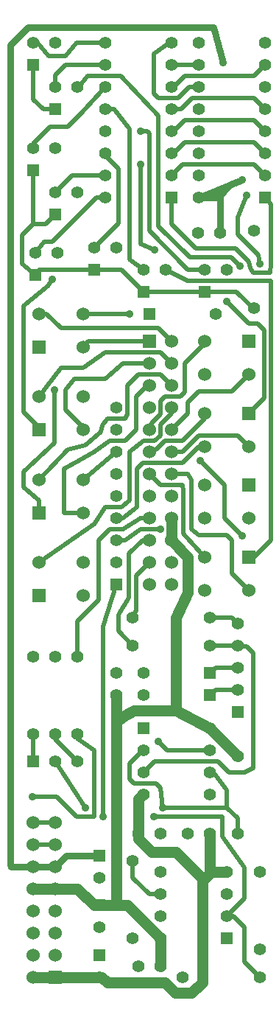
<source format=gtl>
G04 (created by PCBNEW-RS274X (2012-01-19 BZR 3256)-stable) date 12/6/2012 11:00:23 PM*
G01*
G70*
G90*
%MOIN*%
G04 Gerber Fmt 3.4, Leading zero omitted, Abs format*
%FSLAX34Y34*%
G04 APERTURE LIST*
%ADD10C,0.006000*%
%ADD11R,0.055000X0.055000*%
%ADD12C,0.055000*%
%ADD13R,0.060000X0.060000*%
%ADD14C,0.060000*%
%ADD15C,0.035000*%
%ADD16C,0.050000*%
%ADD17C,0.010000*%
%ADD18C,0.030000*%
%ADD19C,0.020000*%
G04 APERTURE END LIST*
G54D10*
G54D11*
X24000Y-44250D03*
G54D12*
X24000Y-43250D03*
X25000Y-43250D03*
G54D11*
X21250Y-39750D03*
G54D12*
X21250Y-38750D03*
X22250Y-38750D03*
G54D11*
X21250Y-35000D03*
G54D12*
X21250Y-34000D03*
X22250Y-34000D03*
G54D11*
X29000Y-45250D03*
G54D12*
X29000Y-44250D03*
X30000Y-44250D03*
G54D11*
X26250Y-45250D03*
G54D12*
X26250Y-44250D03*
X27250Y-44250D03*
G54D11*
X22250Y-37000D03*
G54D12*
X22250Y-36000D03*
X23250Y-36000D03*
G54D11*
X21350Y-44500D03*
G54D12*
X21350Y-43500D03*
X22350Y-43500D03*
G54D11*
X22250Y-41750D03*
G54D12*
X22250Y-40750D03*
X23250Y-40750D03*
G54D11*
X25000Y-58500D03*
G54D12*
X25000Y-57500D03*
X25000Y-56500D03*
X25000Y-55500D03*
X25000Y-54500D03*
X25000Y-53500D03*
X25000Y-52500D03*
X25000Y-51500D03*
X25000Y-50500D03*
G54D11*
X30500Y-64250D03*
G54D12*
X30500Y-63250D03*
X30500Y-62250D03*
X30500Y-61250D03*
X30500Y-60250D03*
G54D11*
X21250Y-66500D03*
G54D12*
X22250Y-66500D03*
X23250Y-66500D03*
X22250Y-65250D03*
X22250Y-61750D03*
X31250Y-46000D03*
X31250Y-42500D03*
X31500Y-76250D03*
X28000Y-76250D03*
X25750Y-71000D03*
X25750Y-74500D03*
X31500Y-75000D03*
X31500Y-71500D03*
X21250Y-65250D03*
X21250Y-61750D03*
X25750Y-60000D03*
X29250Y-60000D03*
X23250Y-65250D03*
X23250Y-61750D03*
X25750Y-61250D03*
X29250Y-61250D03*
X30500Y-66250D03*
X30500Y-69750D03*
G54D13*
X22250Y-76250D03*
G54D14*
X21250Y-76250D03*
X22250Y-75250D03*
X21250Y-75250D03*
X22250Y-74250D03*
X21250Y-74250D03*
X22250Y-73250D03*
X21250Y-73250D03*
X22250Y-72250D03*
X21250Y-72250D03*
X22250Y-71250D03*
X21250Y-71250D03*
X22250Y-70250D03*
X21250Y-70250D03*
X22250Y-69250D03*
X21250Y-69250D03*
G54D13*
X26500Y-47500D03*
G54D14*
X27500Y-47500D03*
X26500Y-48500D03*
X27500Y-48500D03*
X26500Y-49500D03*
X27500Y-49500D03*
X26500Y-50500D03*
X27500Y-50500D03*
X26500Y-51500D03*
X27500Y-51500D03*
X26500Y-52500D03*
X27500Y-52500D03*
X26500Y-53500D03*
X27500Y-53500D03*
X26500Y-54500D03*
X27500Y-54500D03*
X26500Y-55500D03*
X27500Y-55500D03*
X26500Y-56500D03*
X27500Y-56500D03*
X26500Y-57500D03*
X27500Y-57500D03*
X26500Y-58500D03*
X27500Y-58500D03*
G54D11*
X30000Y-74500D03*
G54D12*
X30000Y-73500D03*
X30000Y-72500D03*
X30000Y-71500D03*
X27000Y-71500D03*
X27000Y-72500D03*
X27000Y-73500D03*
X27000Y-74500D03*
G54D11*
X26250Y-65000D03*
G54D12*
X26250Y-66000D03*
X26250Y-67000D03*
X26250Y-68000D03*
X29250Y-68000D03*
X29250Y-67000D03*
X29250Y-66000D03*
X29250Y-65000D03*
G54D11*
X31750Y-41000D03*
G54D12*
X31750Y-40000D03*
X31750Y-39000D03*
X31750Y-38000D03*
X31750Y-37000D03*
X31750Y-36000D03*
X31750Y-35000D03*
X31750Y-34000D03*
X28750Y-34000D03*
X28750Y-35000D03*
X28750Y-36000D03*
X28750Y-37000D03*
X28750Y-38000D03*
X28750Y-39000D03*
X28750Y-40000D03*
X28750Y-41000D03*
G54D11*
X27500Y-41000D03*
G54D12*
X27500Y-40000D03*
X27500Y-39000D03*
X27500Y-38000D03*
X27500Y-37000D03*
X27500Y-36000D03*
X27500Y-35000D03*
X27500Y-34000D03*
X24500Y-34000D03*
X24500Y-35000D03*
X24500Y-36000D03*
X24500Y-37000D03*
X24500Y-38000D03*
X24500Y-39000D03*
X24500Y-40000D03*
X24500Y-41000D03*
G54D11*
X26500Y-46250D03*
G54D12*
X29500Y-46250D03*
G54D11*
X29250Y-63500D03*
G54D12*
X26250Y-63500D03*
G54D11*
X29250Y-62500D03*
G54D12*
X26250Y-62500D03*
G54D11*
X24250Y-70750D03*
G54D12*
X24250Y-71750D03*
G54D11*
X24250Y-73000D03*
G54D12*
X24250Y-74000D03*
G54D11*
X24250Y-75250D03*
G54D12*
X24250Y-76250D03*
X28250Y-69750D03*
X29250Y-69750D03*
X25000Y-63500D03*
X25000Y-62500D03*
X29700Y-42600D03*
X28700Y-42600D03*
X27000Y-75750D03*
X26000Y-75750D03*
X26000Y-69750D03*
X27000Y-69750D03*
G54D14*
X31000Y-55500D03*
G54D13*
X31000Y-54000D03*
G54D14*
X29000Y-55500D03*
X29000Y-54000D03*
X31000Y-58750D03*
G54D13*
X31000Y-57250D03*
G54D14*
X29000Y-58750D03*
X29000Y-57250D03*
X21500Y-57500D03*
G54D13*
X21500Y-59000D03*
G54D14*
X23500Y-57500D03*
X23500Y-59000D03*
X21500Y-46250D03*
G54D13*
X21500Y-47750D03*
G54D14*
X23500Y-46250D03*
X23500Y-47750D03*
X21500Y-50000D03*
G54D13*
X21500Y-51500D03*
G54D14*
X23500Y-50000D03*
X23500Y-51500D03*
X21500Y-53750D03*
G54D13*
X21500Y-55250D03*
G54D14*
X23500Y-53750D03*
X23500Y-55250D03*
X31000Y-52250D03*
G54D13*
X31000Y-50750D03*
G54D14*
X29000Y-52250D03*
X29000Y-50750D03*
X31000Y-49000D03*
G54D13*
X31000Y-47500D03*
G54D14*
X29000Y-49000D03*
X29000Y-47500D03*
G54D15*
X30700Y-40200D03*
X29850Y-34900D03*
X26100Y-38000D03*
X24400Y-69000D03*
X26700Y-69000D03*
X27000Y-56000D03*
X30600Y-44100D03*
X22200Y-49700D03*
X30900Y-40900D03*
X31500Y-44000D03*
X30000Y-45700D03*
X21200Y-68100D03*
X26750Y-43350D03*
X26100Y-39500D03*
X28800Y-52900D03*
X30700Y-56300D03*
X22100Y-44700D03*
X25600Y-46250D03*
X26900Y-65600D03*
X23600Y-68600D03*
X27100Y-68600D03*
G54D16*
X24250Y-73000D02*
X25000Y-73000D01*
X25000Y-64700D02*
X25000Y-63500D01*
X25800Y-64200D02*
X27700Y-64200D01*
X28250Y-57250D02*
X28250Y-58850D01*
X25000Y-73000D02*
X25000Y-64700D01*
G54D17*
X24250Y-73000D02*
X24000Y-73000D01*
G54D16*
X29250Y-65000D02*
X27700Y-64200D01*
G54D18*
X23250Y-72250D02*
X22250Y-72250D01*
G54D17*
X22250Y-72250D02*
X21250Y-72250D01*
G54D16*
X23250Y-72250D02*
X24000Y-73000D01*
X25500Y-73000D02*
X27000Y-74500D01*
X27500Y-55500D02*
X27500Y-56500D01*
X25000Y-73000D02*
X25500Y-73000D01*
X25371Y-64442D02*
X25000Y-64700D01*
X21250Y-72250D02*
X23250Y-72250D01*
X25800Y-64200D02*
X25371Y-64442D01*
X28250Y-58850D02*
X27700Y-60000D01*
X27500Y-56500D02*
X28250Y-57250D01*
X27700Y-60000D02*
X27700Y-64200D01*
G54D17*
X24000Y-73000D02*
X25000Y-73000D01*
G54D16*
X27000Y-74500D02*
X27000Y-75750D01*
X30500Y-66250D02*
X29250Y-65000D01*
G54D18*
X22250Y-71250D02*
X22750Y-70750D01*
X29400Y-33300D02*
X29850Y-34900D01*
X29600Y-41000D02*
X30191Y-40409D01*
X22750Y-70750D02*
X24250Y-70750D01*
X28750Y-41000D02*
X30700Y-40200D01*
X20250Y-71250D02*
X20200Y-71200D01*
X29700Y-42600D02*
X29700Y-40900D01*
X21250Y-71250D02*
X20250Y-71250D01*
X28750Y-41000D02*
X29600Y-41000D01*
X21000Y-33300D02*
X29400Y-33300D01*
X29700Y-40900D02*
X30191Y-40409D01*
X20200Y-71200D02*
X20200Y-34100D01*
X21250Y-71250D02*
X22250Y-71250D01*
X30191Y-40409D02*
X30700Y-40200D01*
X20200Y-34100D02*
X21000Y-33300D01*
G54D16*
X24600Y-76500D02*
X27200Y-76500D01*
X29250Y-71550D02*
X28900Y-71900D01*
X27200Y-76500D02*
X27675Y-76975D01*
X26000Y-70000D02*
X26600Y-70600D01*
X28900Y-71800D02*
X28900Y-71900D01*
X24350Y-76250D02*
X24250Y-76250D01*
X28425Y-76975D02*
X28900Y-76500D01*
X27675Y-76975D02*
X28425Y-76975D01*
X28900Y-71900D02*
X28900Y-75400D01*
X28900Y-76500D02*
X28900Y-75400D01*
X26000Y-69750D02*
X26000Y-70000D01*
X29300Y-71500D02*
X28900Y-71900D01*
X22250Y-76250D02*
X21250Y-76250D01*
X29250Y-69750D02*
X29250Y-71550D01*
X24250Y-76250D02*
X22250Y-76250D01*
X26200Y-68000D02*
X26000Y-68200D01*
X24350Y-76250D02*
X24600Y-76500D01*
X26000Y-68200D02*
X26000Y-69750D01*
X30000Y-71500D02*
X29300Y-71500D01*
X26600Y-70600D02*
X27700Y-70600D01*
X27700Y-70600D02*
X28900Y-71800D01*
X26250Y-68000D02*
X26200Y-68000D01*
G54D19*
X22500Y-46900D02*
X21850Y-46250D01*
X21850Y-46250D02*
X21500Y-46250D01*
X26900Y-46900D02*
X22500Y-46900D01*
X27500Y-47500D02*
X26900Y-46900D01*
X27500Y-48500D02*
X27000Y-48000D01*
X24500Y-48000D02*
X23500Y-48700D01*
X22500Y-48700D02*
X21500Y-50000D01*
X27000Y-48000D02*
X24500Y-48000D01*
X23500Y-48700D02*
X22500Y-48700D01*
X26000Y-49000D02*
X27000Y-49000D01*
X25500Y-49500D02*
X26000Y-49000D01*
X25400Y-51000D02*
X25500Y-50800D01*
X23600Y-52200D02*
X24324Y-51606D01*
X24324Y-51606D02*
X24370Y-51296D01*
X21500Y-53750D02*
X22800Y-52400D01*
X24600Y-51000D02*
X25400Y-51000D01*
X24370Y-51296D02*
X24600Y-51000D01*
X22800Y-52400D02*
X23600Y-52200D01*
X27000Y-49000D02*
X27500Y-49500D01*
X25500Y-50800D02*
X25500Y-49500D01*
X24000Y-55750D02*
X21500Y-57500D01*
X27000Y-51750D02*
X26750Y-52000D01*
X26750Y-52000D02*
X26250Y-52000D01*
X25250Y-55000D02*
X24500Y-55000D01*
X26250Y-52000D02*
X25600Y-52500D01*
X27000Y-51250D02*
X27000Y-51750D01*
X27500Y-50750D02*
X27000Y-51250D01*
X27500Y-50500D02*
X27500Y-50750D01*
X24500Y-55000D02*
X24000Y-55750D01*
X25600Y-52500D02*
X25600Y-54700D01*
X25600Y-54700D02*
X25250Y-55000D01*
X28250Y-50750D02*
X28250Y-50250D01*
X28750Y-49750D02*
X30250Y-49750D01*
X27500Y-51500D02*
X28250Y-50750D01*
X28250Y-50250D02*
X28750Y-49750D01*
X30250Y-49750D02*
X31000Y-49000D01*
X28000Y-52500D02*
X28750Y-51750D01*
X30500Y-51750D02*
X31000Y-52250D01*
X27500Y-52500D02*
X28000Y-52500D01*
X28750Y-51750D02*
X30500Y-51750D01*
X30250Y-58000D02*
X31000Y-58750D01*
X28400Y-56000D02*
X28750Y-56250D01*
X28750Y-56250D02*
X30000Y-56250D01*
X27500Y-53500D02*
X28250Y-53500D01*
X30000Y-56250D02*
X30250Y-56500D01*
X28250Y-53500D02*
X28400Y-53750D01*
X30250Y-56500D02*
X30250Y-58000D01*
X28400Y-53750D02*
X28400Y-56000D01*
X25100Y-60600D02*
X25750Y-61250D01*
X26200Y-56500D02*
X25590Y-57100D01*
X25100Y-59850D02*
X25100Y-60600D01*
X25590Y-57100D02*
X25590Y-59100D01*
X25590Y-59100D02*
X25100Y-59850D01*
X26500Y-56500D02*
X26200Y-56500D01*
X26500Y-47500D02*
X23750Y-47500D01*
X23750Y-47500D02*
X23500Y-47750D01*
X24500Y-49200D02*
X25300Y-48500D01*
X23500Y-51500D02*
X23500Y-51400D01*
X22700Y-50600D02*
X22700Y-49700D01*
X22700Y-49700D02*
X23100Y-49200D01*
X23500Y-51400D02*
X22700Y-50600D01*
X23100Y-49200D02*
X24500Y-49200D01*
X25300Y-48500D02*
X26500Y-48500D01*
X25900Y-50000D02*
X25900Y-51500D01*
X25400Y-52000D02*
X24700Y-52000D01*
X26500Y-49500D02*
X26400Y-49500D01*
X23500Y-55250D02*
X22650Y-55250D01*
X24000Y-52500D02*
X23300Y-52900D01*
X22650Y-55250D02*
X22650Y-53250D01*
X22650Y-53250D02*
X23300Y-52900D01*
X24700Y-52000D02*
X24000Y-52500D01*
X25900Y-51500D02*
X25400Y-52000D01*
X26400Y-49500D02*
X25900Y-50000D01*
X26600Y-51400D02*
X26500Y-51500D01*
X28100Y-48500D02*
X28100Y-49800D01*
X26600Y-51200D02*
X26600Y-51400D01*
X29000Y-47500D02*
X29000Y-47600D01*
X27000Y-50200D02*
X27000Y-50800D01*
X29000Y-47600D02*
X28100Y-48500D01*
X27200Y-50000D02*
X27000Y-50200D01*
X27900Y-50000D02*
X27200Y-50000D01*
X28100Y-49800D02*
X27900Y-50000D01*
X27000Y-50800D02*
X26600Y-51200D01*
X29000Y-50750D02*
X29000Y-51000D01*
X28000Y-52000D02*
X27200Y-52000D01*
X27200Y-52000D02*
X26800Y-52400D01*
X29000Y-51000D02*
X28000Y-52000D01*
X26800Y-52400D02*
X26600Y-52400D01*
X26600Y-52400D02*
X26500Y-52500D01*
X28050Y-56200D02*
X29000Y-57250D01*
X26500Y-53500D02*
X27000Y-54000D01*
X28000Y-54000D02*
X28050Y-54250D01*
X28050Y-54250D02*
X28050Y-56200D01*
X27000Y-54000D02*
X28000Y-54000D01*
X23000Y-40000D02*
X22250Y-40750D01*
X24500Y-40000D02*
X23000Y-40000D01*
X24100Y-41000D02*
X22100Y-43000D01*
X21750Y-43000D02*
X21350Y-43500D01*
X22100Y-43000D02*
X21750Y-43000D01*
X24500Y-41000D02*
X24100Y-41000D01*
X25100Y-39700D02*
X25100Y-42150D01*
X24500Y-39100D02*
X25100Y-39700D01*
X24500Y-39000D02*
X24500Y-39100D01*
X25100Y-42150D02*
X24000Y-43250D01*
X22000Y-37800D02*
X22800Y-37800D01*
X23400Y-37200D02*
X22800Y-37800D01*
X21250Y-38550D02*
X22000Y-37800D01*
X23400Y-37200D02*
X24500Y-36000D01*
X21250Y-38750D02*
X21250Y-38550D01*
X21250Y-34000D02*
X21450Y-34000D01*
X21950Y-34600D02*
X22700Y-34600D01*
X22700Y-34600D02*
X23200Y-34000D01*
X24500Y-34000D02*
X23200Y-34000D01*
X21450Y-34000D02*
X21950Y-34600D01*
X26500Y-38100D02*
X26500Y-42500D01*
X28250Y-44250D02*
X29000Y-44250D01*
X26100Y-38000D02*
X26400Y-38000D01*
X28250Y-44250D02*
X26500Y-42500D01*
X26400Y-38000D02*
X26500Y-38100D01*
X24500Y-37000D02*
X24900Y-37000D01*
X25600Y-43800D02*
X26250Y-44250D01*
X25600Y-37900D02*
X25600Y-43800D01*
X24900Y-37000D02*
X25600Y-37900D01*
X22250Y-35450D02*
X22250Y-36000D01*
X22700Y-35000D02*
X22250Y-35450D01*
X24500Y-35000D02*
X22700Y-35000D01*
X26100Y-55500D02*
X26500Y-55500D01*
X24200Y-56500D02*
X24700Y-56000D01*
X23250Y-60150D02*
X24200Y-59200D01*
X26100Y-55500D02*
X25300Y-56000D01*
X24200Y-59200D02*
X24200Y-56500D01*
X25300Y-56000D02*
X24700Y-56000D01*
X23250Y-61750D02*
X23250Y-60150D01*
X25900Y-59650D02*
X25750Y-60000D01*
X26500Y-57500D02*
X25900Y-58100D01*
X25900Y-58100D02*
X25900Y-59650D01*
X30800Y-71300D02*
X30800Y-72700D01*
X25000Y-58500D02*
X24400Y-60400D01*
X29800Y-69900D02*
X30800Y-71300D01*
X30800Y-75550D02*
X31500Y-76250D01*
X26700Y-69000D02*
X29800Y-69000D01*
X30300Y-73500D02*
X30800Y-74000D01*
X30800Y-74000D02*
X30800Y-75550D01*
X24400Y-60400D02*
X24400Y-69000D01*
X29800Y-69000D02*
X29800Y-69900D01*
X30000Y-73500D02*
X30300Y-73500D01*
X30800Y-72700D02*
X30000Y-73500D01*
X25400Y-56500D02*
X25000Y-56500D01*
X26100Y-56000D02*
X25400Y-56500D01*
X27000Y-56000D02*
X26100Y-56000D01*
X26225Y-53000D02*
X25950Y-53275D01*
X28750Y-52250D02*
X28000Y-53000D01*
X29000Y-52250D02*
X28750Y-52250D01*
X25300Y-55500D02*
X25000Y-55500D01*
X28000Y-53000D02*
X26225Y-53000D01*
X25950Y-55000D02*
X25300Y-55500D01*
X25950Y-53275D02*
X25950Y-55000D01*
X23500Y-53750D02*
X25000Y-52500D01*
X22250Y-69250D02*
X21250Y-69250D01*
X27500Y-35000D02*
X28750Y-35000D01*
X22250Y-70250D02*
X21250Y-70250D01*
X23700Y-35500D02*
X25200Y-35500D01*
X25200Y-35500D02*
X26900Y-37300D01*
X26900Y-37300D02*
X26900Y-42300D01*
X28350Y-43700D02*
X30200Y-43700D01*
X26900Y-42300D02*
X28350Y-43700D01*
X23250Y-36000D02*
X23300Y-36000D01*
X23300Y-36000D02*
X23700Y-35500D01*
X30200Y-43700D02*
X30600Y-44100D01*
X32000Y-44750D02*
X28250Y-44750D01*
X32000Y-56500D02*
X32000Y-44750D01*
X31250Y-57250D02*
X32000Y-56500D01*
X31000Y-57250D02*
X31250Y-57250D01*
X28250Y-44750D02*
X27250Y-44250D01*
X20800Y-53400D02*
X22200Y-52100D01*
X21500Y-55250D02*
X21500Y-54700D01*
X20800Y-54100D02*
X20800Y-53400D01*
X22200Y-52100D02*
X22200Y-49700D01*
X21500Y-54700D02*
X20800Y-54100D01*
X31500Y-44000D02*
X31450Y-43600D01*
X30500Y-41900D02*
X30500Y-42650D01*
X31450Y-43600D02*
X30500Y-42650D01*
X30900Y-40900D02*
X30500Y-41900D01*
X30000Y-45700D02*
X31000Y-46700D01*
X31400Y-46700D02*
X31700Y-47000D01*
X31700Y-47000D02*
X31700Y-50050D01*
X31700Y-50050D02*
X31000Y-50750D01*
X31000Y-46700D02*
X31400Y-46700D01*
X23250Y-65450D02*
X24000Y-66000D01*
X23200Y-69000D02*
X24000Y-69000D01*
X23250Y-65450D02*
X23250Y-65250D01*
X21200Y-68100D02*
X22300Y-68100D01*
X22300Y-68100D02*
X23200Y-69000D01*
X24000Y-66000D02*
X24000Y-69000D01*
X26100Y-43100D02*
X26750Y-43350D01*
X30500Y-63250D02*
X29500Y-63250D01*
X29500Y-63250D02*
X29250Y-63500D01*
X26100Y-39500D02*
X26100Y-43100D01*
X29900Y-55500D02*
X29900Y-54000D01*
X29900Y-54000D02*
X28800Y-52900D01*
X30700Y-56300D02*
X29900Y-55500D01*
X21500Y-51500D02*
X21500Y-51400D01*
X20800Y-50700D02*
X20800Y-45900D01*
X20800Y-45900D02*
X21901Y-45000D01*
X21500Y-51400D02*
X20800Y-50700D01*
X21901Y-45000D02*
X22100Y-44700D01*
X25600Y-46250D02*
X23500Y-46250D01*
X29250Y-60000D02*
X30250Y-60000D01*
X30250Y-60000D02*
X30500Y-60250D01*
X27300Y-66000D02*
X29250Y-66000D01*
X26900Y-65600D02*
X27300Y-66000D01*
X25600Y-66600D02*
X25600Y-67300D01*
X26800Y-67500D02*
X27000Y-67700D01*
X30000Y-67800D02*
X30000Y-68600D01*
X25800Y-67500D02*
X26800Y-67500D01*
X26250Y-66000D02*
X26200Y-66000D01*
X29400Y-67000D02*
X30000Y-67800D01*
X27000Y-67700D02*
X27100Y-68600D01*
X30000Y-68600D02*
X30500Y-69050D01*
X29250Y-67000D02*
X29400Y-67000D01*
X22250Y-66500D02*
X23600Y-68600D01*
X27100Y-68600D02*
X30000Y-68600D01*
X30500Y-69050D02*
X30500Y-69750D01*
X26200Y-66000D02*
X25600Y-66600D01*
X25600Y-67300D02*
X25800Y-67500D01*
X22250Y-65500D02*
X23250Y-66500D01*
X22250Y-65250D02*
X22250Y-65500D01*
X21250Y-65250D02*
X21250Y-66500D01*
X30400Y-43300D02*
X31000Y-43900D01*
X31994Y-44400D02*
X31200Y-44400D01*
X31079Y-44205D02*
X31200Y-44400D01*
X31994Y-44400D02*
X32000Y-44000D01*
X31750Y-41000D02*
X32000Y-41300D01*
X31000Y-43900D02*
X31079Y-44205D01*
X28600Y-43300D02*
X30400Y-43300D01*
X27500Y-42200D02*
X28600Y-43300D01*
X32000Y-44000D02*
X32000Y-41300D01*
X27500Y-42200D02*
X27500Y-41000D01*
X27500Y-39000D02*
X27600Y-39000D01*
X27600Y-39000D02*
X28100Y-38500D01*
X31250Y-38500D02*
X31750Y-39000D01*
X28100Y-38500D02*
X31250Y-38500D01*
X27500Y-38000D02*
X27600Y-38000D01*
X27600Y-38000D02*
X28100Y-37500D01*
X31250Y-37500D02*
X31750Y-38000D01*
X28100Y-37500D02*
X31250Y-37500D01*
X28450Y-36500D02*
X27950Y-37000D01*
X27950Y-37000D02*
X27500Y-37000D01*
X31750Y-37000D02*
X31250Y-36500D01*
X28450Y-36500D02*
X31250Y-36500D01*
X31250Y-35500D02*
X31750Y-35000D01*
X28100Y-35500D02*
X31250Y-35500D01*
X27500Y-36000D02*
X27600Y-36000D01*
X27600Y-36000D02*
X28100Y-35500D01*
X27800Y-36500D02*
X28300Y-36000D01*
X27500Y-34000D02*
X27400Y-34000D01*
X26700Y-34500D02*
X26700Y-36300D01*
X28300Y-36000D02*
X28750Y-36000D01*
X27400Y-34000D02*
X26700Y-34500D01*
X26700Y-36300D02*
X26900Y-36500D01*
X26900Y-36500D02*
X27800Y-36500D01*
X26500Y-72500D02*
X27000Y-72500D01*
X25750Y-71750D02*
X26500Y-72500D01*
X25750Y-71000D02*
X25750Y-71750D01*
X28000Y-39500D02*
X31250Y-39500D01*
X31250Y-39500D02*
X31750Y-40000D01*
X27500Y-40000D02*
X28000Y-39500D01*
X21250Y-39750D02*
X21250Y-42200D01*
G54D17*
X21350Y-44500D02*
X21500Y-44250D01*
G54D19*
X31200Y-46000D02*
X30450Y-45250D01*
X21250Y-36550D02*
X21700Y-37000D01*
G54D17*
X21500Y-44250D02*
X24000Y-44250D01*
G54D19*
X26250Y-45250D02*
X25250Y-44250D01*
X21700Y-37000D02*
X22250Y-37000D01*
X30450Y-45250D02*
X26250Y-45250D01*
X21250Y-35000D02*
X21250Y-36550D01*
X21250Y-42200D02*
X21800Y-42200D01*
X25250Y-44250D02*
X21500Y-44250D01*
X21250Y-42202D02*
X20751Y-42700D01*
X21250Y-42200D02*
X21250Y-42202D01*
X21800Y-42200D02*
X22250Y-41750D01*
X20749Y-44004D02*
X21350Y-44500D01*
X31250Y-46000D02*
X31200Y-46000D01*
G54D17*
X26250Y-45250D02*
X29000Y-45250D01*
G54D19*
X20751Y-42700D02*
X20749Y-44004D01*
X30500Y-62250D02*
X29500Y-62250D01*
X29500Y-62250D02*
X29250Y-62500D01*
X31200Y-66800D02*
X30800Y-67000D01*
X29600Y-66500D02*
X26750Y-66500D01*
X29250Y-61250D02*
X30500Y-61250D01*
X30100Y-67000D02*
X29600Y-66500D01*
X31200Y-61600D02*
X31200Y-66800D01*
X26750Y-66500D02*
X26250Y-67000D01*
X30550Y-61300D02*
X30500Y-61250D01*
X30800Y-67000D02*
X30100Y-67000D01*
X30900Y-61300D02*
X31200Y-61600D01*
X30550Y-61300D02*
X30900Y-61300D01*
M02*

</source>
